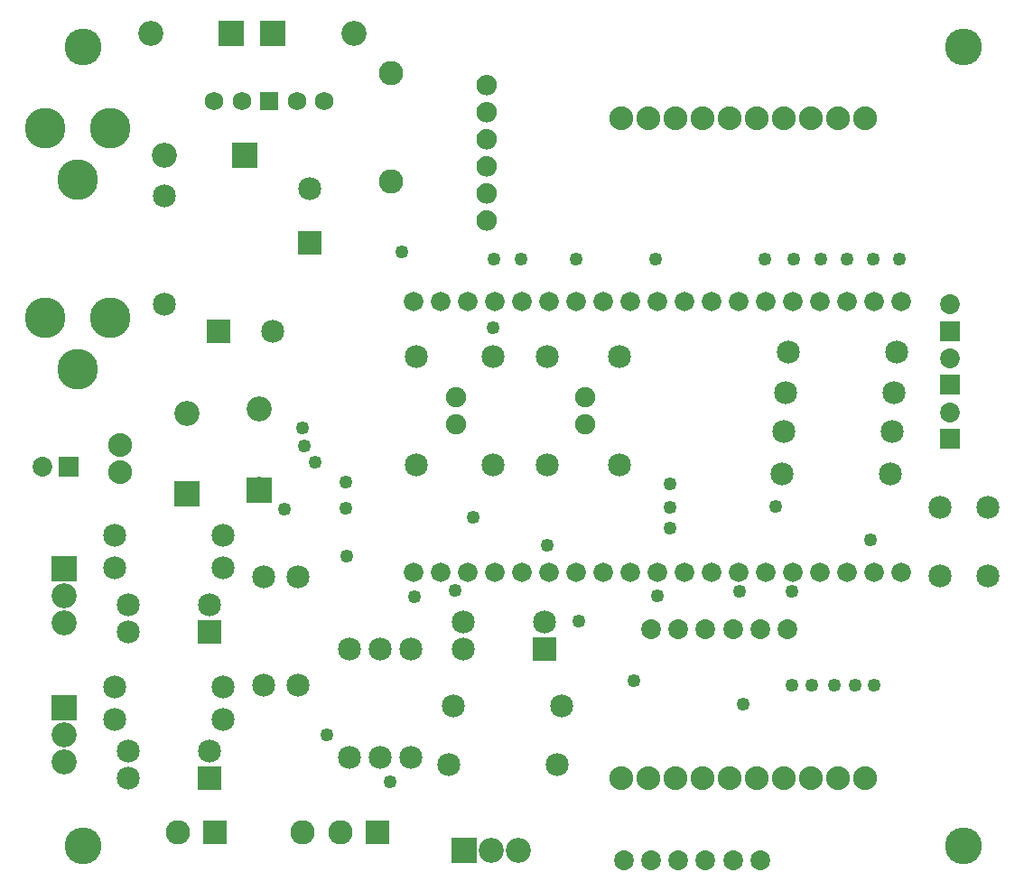
<source format=gts>
G04 MADE WITH FRITZING*
G04 WWW.FRITZING.ORG*
G04 DOUBLE SIDED*
G04 HOLES PLATED*
G04 CONTOUR ON CENTER OF CONTOUR VECTOR*
%ASAXBY*%
%FSLAX23Y23*%
%MOIN*%
%OFA0B0*%
%SFA1.0B1.0*%
%ADD10C,0.092000*%
%ADD11C,0.049370*%
%ADD12C,0.088000*%
%ADD13C,0.135984*%
%ADD14C,0.090000*%
%ADD15C,0.072000*%
%ADD16C,0.073111*%
%ADD17C,0.085000*%
%ADD18C,0.075000*%
%ADD19C,0.069000*%
%ADD20C,0.150000*%
%ADD21C,0.072992*%
%ADD22R,0.092000X0.092000*%
%ADD23R,0.085000X0.085000*%
%ADD24R,0.090000X0.090000*%
%ADD25R,0.069889X0.069000*%
%ADD26R,0.072992X0.072992*%
%ADD27R,0.001000X0.001000*%
%LNMASK1*%
G90*
G70*
G54D10*
X177Y1228D03*
X177Y1128D03*
X177Y1028D03*
X177Y713D03*
X177Y613D03*
X177Y513D03*
G54D11*
X1216Y1451D03*
X1145Y613D03*
X1055Y1746D03*
X1063Y1680D03*
X1759Y2117D03*
G54D12*
X381Y1685D03*
X381Y1585D03*
X381Y1685D03*
X381Y1585D03*
X3132Y2892D03*
X3032Y2892D03*
X2932Y2892D03*
X2832Y2892D03*
X2732Y2892D03*
X2632Y2892D03*
X2532Y2892D03*
X2432Y2892D03*
X2332Y2892D03*
X2232Y2892D03*
X3132Y2892D03*
X3032Y2892D03*
X2932Y2892D03*
X2832Y2892D03*
X2732Y2892D03*
X2632Y2892D03*
X2532Y2892D03*
X2432Y2892D03*
X2332Y2892D03*
X2232Y2892D03*
X3131Y455D03*
X3031Y455D03*
X2931Y455D03*
X2831Y455D03*
X2731Y455D03*
X2631Y455D03*
X2531Y455D03*
X2431Y455D03*
X2331Y455D03*
X2231Y455D03*
X3131Y455D03*
X3031Y455D03*
X2931Y455D03*
X2831Y455D03*
X2731Y455D03*
X2631Y455D03*
X2531Y455D03*
X2431Y455D03*
X2331Y455D03*
X2231Y455D03*
G54D11*
X1763Y2372D03*
X1862Y2372D03*
X2067Y2372D03*
X2358Y2372D03*
X2763Y2372D03*
X2870Y2372D03*
X2968Y2372D03*
X3067Y2372D03*
X3161Y2372D03*
X3259Y2372D03*
X2669Y1144D03*
X2862Y1144D03*
X2862Y798D03*
X2937Y798D03*
X3019Y798D03*
X3094Y798D03*
X3165Y798D03*
X2413Y1542D03*
X2413Y1376D03*
X2413Y1455D03*
X988Y1447D03*
X2366Y1128D03*
X3153Y1333D03*
X1102Y1621D03*
X1685Y1416D03*
X2681Y727D03*
X1216Y1546D03*
X1618Y1148D03*
X1960Y1313D03*
X1220Y1274D03*
X1468Y1124D03*
X2802Y1456D03*
X2074Y1034D03*
X2279Y813D03*
X1378Y439D03*
X1421Y2396D03*
G54D13*
X3494Y3154D03*
X244Y3154D03*
X3494Y204D03*
X244Y204D03*
G54D14*
X1381Y3058D03*
X1381Y2658D03*
G54D15*
X1766Y2215D03*
X1866Y2215D03*
X1966Y2215D03*
X2066Y2215D03*
X2166Y2215D03*
X2266Y2215D03*
X2366Y2215D03*
X2466Y2215D03*
X2566Y2215D03*
X2666Y2215D03*
X2766Y2215D03*
X2866Y2215D03*
X2966Y2215D03*
X3066Y2215D03*
X3166Y2215D03*
X3266Y2215D03*
X1466Y2215D03*
X1566Y2215D03*
X1666Y2215D03*
X1765Y1215D03*
X1865Y1215D03*
X1965Y1215D03*
X2065Y1215D03*
X2165Y1215D03*
X2265Y1215D03*
X2365Y1215D03*
X2465Y1215D03*
X2565Y1215D03*
X2665Y1215D03*
X2765Y1215D03*
X2865Y1215D03*
X2965Y1215D03*
X3065Y1215D03*
X3165Y1215D03*
X3265Y1215D03*
X1466Y1215D03*
X1566Y1215D03*
X1666Y1215D03*
G54D16*
X2744Y152D03*
X2644Y152D03*
X2543Y152D03*
X2442Y152D03*
X2342Y152D03*
X2241Y152D03*
X2845Y1004D03*
X2744Y1004D03*
X2644Y1004D03*
X2543Y1003D03*
X2443Y1003D03*
X2342Y1004D03*
G54D10*
X1652Y187D03*
X1752Y187D03*
X1852Y187D03*
G54D17*
X712Y993D03*
X412Y993D03*
X712Y1093D03*
X412Y1093D03*
X712Y454D03*
X412Y454D03*
X712Y554D03*
X412Y554D03*
X1949Y932D03*
X1649Y932D03*
X1949Y1032D03*
X1649Y1032D03*
X3409Y1199D03*
X3409Y1455D03*
X3586Y1199D03*
X3586Y1455D03*
G54D14*
X1332Y254D03*
X1194Y254D03*
X1057Y254D03*
X732Y254D03*
X594Y254D03*
G54D18*
X1622Y1862D03*
X1622Y1762D03*
X1622Y1862D03*
X1622Y1762D03*
X2098Y1862D03*
X2098Y1762D03*
X2098Y1862D03*
X2098Y1762D03*
G54D17*
X744Y2104D03*
X944Y2104D03*
X1082Y2432D03*
X1082Y2632D03*
G54D19*
X729Y2955D03*
X831Y2955D03*
X933Y2955D03*
X1034Y2955D03*
X1136Y2955D03*
G54D20*
X344Y2154D03*
X104Y2154D03*
X224Y1964D03*
X344Y2854D03*
X104Y2854D03*
X224Y2664D03*
G54D10*
X946Y3204D03*
X1244Y3204D03*
X842Y2754D03*
X544Y2754D03*
X897Y1519D03*
X897Y1817D03*
X629Y1504D03*
X629Y1802D03*
X792Y3204D03*
X494Y3204D03*
G54D17*
X1342Y532D03*
X1342Y932D03*
X1476Y2010D03*
X1476Y1610D03*
X1759Y1610D03*
X1759Y2010D03*
X2224Y1610D03*
X2224Y2010D03*
X1960Y2010D03*
X1960Y1610D03*
X1228Y532D03*
X1228Y932D03*
X2824Y1577D03*
X3224Y1577D03*
X2848Y2026D03*
X3248Y2026D03*
X2840Y1876D03*
X3240Y1876D03*
X2832Y1735D03*
X3232Y1735D03*
X362Y1231D03*
X762Y1231D03*
X362Y672D03*
X762Y672D03*
X1611Y719D03*
X2011Y719D03*
X362Y1349D03*
X762Y1349D03*
X362Y790D03*
X762Y790D03*
X1594Y504D03*
X1994Y504D03*
X913Y1198D03*
X913Y798D03*
X1039Y1198D03*
X1039Y798D03*
X1456Y932D03*
X1456Y532D03*
X544Y2604D03*
X544Y2204D03*
G54D21*
X3444Y2105D03*
X3444Y2204D03*
X3444Y1907D03*
X3444Y2005D03*
X3444Y1707D03*
X3444Y1805D03*
X193Y1604D03*
X94Y1604D03*
G54D22*
X177Y1228D03*
X177Y713D03*
X1652Y187D03*
G54D23*
X712Y993D03*
X712Y454D03*
X1949Y932D03*
G54D24*
X1332Y254D03*
X732Y254D03*
G54D23*
X744Y2104D03*
X1082Y2432D03*
G54D25*
X933Y2955D03*
G54D22*
X945Y3204D03*
X843Y2754D03*
X897Y1518D03*
X629Y1503D03*
X793Y3204D03*
G54D26*
X3444Y2105D03*
X3444Y1907D03*
X3444Y1707D03*
X193Y1604D03*
G54D27*
X1729Y3050D02*
X1742Y3050D01*
X1725Y3049D02*
X1746Y3049D01*
X1722Y3048D02*
X1749Y3048D01*
X1719Y3047D02*
X1751Y3047D01*
X1717Y3046D02*
X1753Y3046D01*
X1716Y3045D02*
X1755Y3045D01*
X1714Y3044D02*
X1756Y3044D01*
X1713Y3043D02*
X1757Y3043D01*
X1712Y3042D02*
X1759Y3042D01*
X1710Y3041D02*
X1760Y3041D01*
X1709Y3040D02*
X1761Y3040D01*
X1708Y3039D02*
X1762Y3039D01*
X1707Y3038D02*
X1763Y3038D01*
X1707Y3037D02*
X1764Y3037D01*
X1706Y3036D02*
X1765Y3036D01*
X1705Y3035D02*
X1765Y3035D01*
X1704Y3034D02*
X1766Y3034D01*
X1704Y3033D02*
X1767Y3033D01*
X1703Y3032D02*
X1767Y3032D01*
X1702Y3031D02*
X1768Y3031D01*
X1702Y3030D02*
X1768Y3030D01*
X1701Y3029D02*
X1769Y3029D01*
X1701Y3028D02*
X1769Y3028D01*
X1701Y3027D02*
X1770Y3027D01*
X1700Y3026D02*
X1770Y3026D01*
X1700Y3025D02*
X1771Y3025D01*
X1699Y3024D02*
X1771Y3024D01*
X1699Y3023D02*
X1771Y3023D01*
X1699Y3022D02*
X1771Y3022D01*
X1699Y3021D02*
X1772Y3021D01*
X1698Y3020D02*
X1772Y3020D01*
X1698Y3019D02*
X1772Y3019D01*
X1698Y3018D02*
X1772Y3018D01*
X1698Y3017D02*
X1772Y3017D01*
X1698Y3016D02*
X1772Y3016D01*
X1698Y3015D02*
X1773Y3015D01*
X1698Y3014D02*
X1773Y3014D01*
X1698Y3013D02*
X1773Y3013D01*
X1698Y3012D02*
X1773Y3012D01*
X1698Y3011D02*
X1773Y3011D01*
X1698Y3010D02*
X1773Y3010D01*
X1698Y3009D02*
X1772Y3009D01*
X1698Y3008D02*
X1772Y3008D01*
X1698Y3007D02*
X1772Y3007D01*
X1698Y3006D02*
X1772Y3006D01*
X1699Y3005D02*
X1772Y3005D01*
X1699Y3004D02*
X1772Y3004D01*
X1699Y3003D02*
X1771Y3003D01*
X1699Y3002D02*
X1771Y3002D01*
X1700Y3001D02*
X1771Y3001D01*
X1700Y3000D02*
X1770Y3000D01*
X1700Y2999D02*
X1770Y2999D01*
X1701Y2998D02*
X1770Y2998D01*
X1701Y2997D02*
X1769Y2997D01*
X1702Y2996D02*
X1769Y2996D01*
X1702Y2995D02*
X1768Y2995D01*
X1703Y2994D02*
X1768Y2994D01*
X1703Y2993D02*
X1767Y2993D01*
X1704Y2992D02*
X1766Y2992D01*
X1705Y2991D02*
X1766Y2991D01*
X1705Y2990D02*
X1765Y2990D01*
X1706Y2989D02*
X1764Y2989D01*
X1707Y2988D02*
X1763Y2988D01*
X1708Y2987D02*
X1763Y2987D01*
X1709Y2986D02*
X1762Y2986D01*
X1710Y2985D02*
X1761Y2985D01*
X1711Y2984D02*
X1759Y2984D01*
X1712Y2983D02*
X1758Y2983D01*
X1714Y2982D02*
X1757Y2982D01*
X1715Y2981D02*
X1755Y2981D01*
X1717Y2980D02*
X1754Y2980D01*
X1718Y2979D02*
X1752Y2979D01*
X1720Y2978D02*
X1750Y2978D01*
X1723Y2977D02*
X1747Y2977D01*
X1726Y2976D02*
X1744Y2976D01*
X1732Y2975D02*
X1739Y2975D01*
X1729Y2950D02*
X1742Y2950D01*
X1725Y2949D02*
X1746Y2949D01*
X1722Y2948D02*
X1749Y2948D01*
X1719Y2947D02*
X1751Y2947D01*
X1717Y2946D02*
X1753Y2946D01*
X1716Y2945D02*
X1755Y2945D01*
X1714Y2944D02*
X1756Y2944D01*
X1713Y2943D02*
X1758Y2943D01*
X1712Y2942D02*
X1759Y2942D01*
X1710Y2941D02*
X1760Y2941D01*
X1709Y2940D02*
X1761Y2940D01*
X1708Y2939D02*
X1762Y2939D01*
X1707Y2938D02*
X1763Y2938D01*
X1707Y2937D02*
X1764Y2937D01*
X1706Y2936D02*
X1765Y2936D01*
X1705Y2935D02*
X1765Y2935D01*
X1704Y2934D02*
X1766Y2934D01*
X1704Y2933D02*
X1767Y2933D01*
X1703Y2932D02*
X1767Y2932D01*
X1702Y2931D02*
X1768Y2931D01*
X1702Y2930D02*
X1768Y2930D01*
X1701Y2929D02*
X1769Y2929D01*
X1701Y2928D02*
X1769Y2928D01*
X1701Y2927D02*
X1770Y2927D01*
X1700Y2926D02*
X1770Y2926D01*
X1700Y2925D02*
X1771Y2925D01*
X1699Y2924D02*
X1771Y2924D01*
X1699Y2923D02*
X1771Y2923D01*
X1699Y2922D02*
X1771Y2922D01*
X1699Y2921D02*
X1772Y2921D01*
X1698Y2920D02*
X1772Y2920D01*
X1698Y2919D02*
X1772Y2919D01*
X1698Y2918D02*
X1772Y2918D01*
X1698Y2917D02*
X1772Y2917D01*
X1698Y2916D02*
X1772Y2916D01*
X1698Y2915D02*
X1773Y2915D01*
X1698Y2914D02*
X1773Y2914D01*
X1698Y2913D02*
X1773Y2913D01*
X1698Y2912D02*
X1773Y2912D01*
X1698Y2911D02*
X1773Y2911D01*
X1698Y2910D02*
X1773Y2910D01*
X1698Y2909D02*
X1772Y2909D01*
X1698Y2908D02*
X1772Y2908D01*
X1698Y2907D02*
X1772Y2907D01*
X1698Y2906D02*
X1772Y2906D01*
X1699Y2905D02*
X1772Y2905D01*
X1699Y2904D02*
X1772Y2904D01*
X1699Y2903D02*
X1771Y2903D01*
X1699Y2902D02*
X1771Y2902D01*
X1700Y2901D02*
X1771Y2901D01*
X1700Y2900D02*
X1770Y2900D01*
X1700Y2899D02*
X1770Y2899D01*
X1701Y2898D02*
X1770Y2898D01*
X1701Y2897D02*
X1769Y2897D01*
X1702Y2896D02*
X1769Y2896D01*
X1702Y2895D02*
X1768Y2895D01*
X1703Y2894D02*
X1768Y2894D01*
X1703Y2893D02*
X1767Y2893D01*
X1704Y2892D02*
X1766Y2892D01*
X1705Y2891D02*
X1766Y2891D01*
X1705Y2890D02*
X1765Y2890D01*
X1706Y2889D02*
X1764Y2889D01*
X1707Y2888D02*
X1763Y2888D01*
X1708Y2887D02*
X1763Y2887D01*
X1709Y2886D02*
X1762Y2886D01*
X1710Y2885D02*
X1761Y2885D01*
X1711Y2884D02*
X1759Y2884D01*
X1712Y2883D02*
X1758Y2883D01*
X1714Y2882D02*
X1757Y2882D01*
X1715Y2881D02*
X1755Y2881D01*
X1717Y2880D02*
X1754Y2880D01*
X1718Y2879D02*
X1752Y2879D01*
X1720Y2878D02*
X1750Y2878D01*
X1723Y2877D02*
X1747Y2877D01*
X1726Y2876D02*
X1744Y2876D01*
X1732Y2875D02*
X1739Y2875D01*
X1729Y2850D02*
X1742Y2850D01*
X1724Y2849D02*
X1746Y2849D01*
X1722Y2848D02*
X1749Y2848D01*
X1719Y2847D02*
X1751Y2847D01*
X1717Y2846D02*
X1753Y2846D01*
X1716Y2845D02*
X1755Y2845D01*
X1714Y2844D02*
X1756Y2844D01*
X1713Y2843D02*
X1758Y2843D01*
X1712Y2842D02*
X1759Y2842D01*
X1710Y2841D02*
X1760Y2841D01*
X1709Y2840D02*
X1761Y2840D01*
X1708Y2839D02*
X1762Y2839D01*
X1707Y2838D02*
X1763Y2838D01*
X1707Y2837D02*
X1764Y2837D01*
X1706Y2836D02*
X1765Y2836D01*
X1705Y2835D02*
X1765Y2835D01*
X1704Y2834D02*
X1766Y2834D01*
X1704Y2833D02*
X1767Y2833D01*
X1703Y2832D02*
X1767Y2832D01*
X1702Y2831D02*
X1768Y2831D01*
X1702Y2830D02*
X1769Y2830D01*
X1701Y2829D02*
X1769Y2829D01*
X1701Y2828D02*
X1769Y2828D01*
X1701Y2827D02*
X1770Y2827D01*
X1700Y2826D02*
X1770Y2826D01*
X1700Y2825D02*
X1771Y2825D01*
X1699Y2824D02*
X1771Y2824D01*
X1699Y2823D02*
X1771Y2823D01*
X1699Y2822D02*
X1771Y2822D01*
X1699Y2821D02*
X1772Y2821D01*
X1698Y2820D02*
X1772Y2820D01*
X1698Y2819D02*
X1772Y2819D01*
X1698Y2818D02*
X1772Y2818D01*
X1698Y2817D02*
X1772Y2817D01*
X1698Y2816D02*
X1773Y2816D01*
X1698Y2815D02*
X1773Y2815D01*
X1698Y2814D02*
X1773Y2814D01*
X1698Y2813D02*
X1773Y2813D01*
X1698Y2812D02*
X1773Y2812D01*
X1698Y2811D02*
X1773Y2811D01*
X1698Y2810D02*
X1773Y2810D01*
X1698Y2809D02*
X1772Y2809D01*
X1698Y2808D02*
X1772Y2808D01*
X1698Y2807D02*
X1772Y2807D01*
X1698Y2806D02*
X1772Y2806D01*
X1699Y2805D02*
X1772Y2805D01*
X1699Y2804D02*
X1772Y2804D01*
X1699Y2803D02*
X1771Y2803D01*
X1699Y2802D02*
X1771Y2802D01*
X1700Y2801D02*
X1771Y2801D01*
X1700Y2800D02*
X1770Y2800D01*
X1700Y2799D02*
X1770Y2799D01*
X1701Y2798D02*
X1770Y2798D01*
X1701Y2797D02*
X1769Y2797D01*
X1702Y2796D02*
X1769Y2796D01*
X1702Y2795D02*
X1768Y2795D01*
X1703Y2794D02*
X1768Y2794D01*
X1703Y2793D02*
X1767Y2793D01*
X1704Y2792D02*
X1766Y2792D01*
X1705Y2791D02*
X1766Y2791D01*
X1705Y2790D02*
X1765Y2790D01*
X1706Y2789D02*
X1764Y2789D01*
X1707Y2788D02*
X1763Y2788D01*
X1708Y2787D02*
X1763Y2787D01*
X1709Y2786D02*
X1762Y2786D01*
X1710Y2785D02*
X1761Y2785D01*
X1711Y2784D02*
X1759Y2784D01*
X1712Y2783D02*
X1758Y2783D01*
X1714Y2782D02*
X1757Y2782D01*
X1715Y2781D02*
X1755Y2781D01*
X1717Y2780D02*
X1754Y2780D01*
X1718Y2779D02*
X1752Y2779D01*
X1720Y2778D02*
X1750Y2778D01*
X1723Y2777D02*
X1747Y2777D01*
X1727Y2776D02*
X1744Y2776D01*
X1732Y2775D02*
X1738Y2775D01*
X1729Y2750D02*
X1742Y2750D01*
X1724Y2749D02*
X1746Y2749D01*
X1722Y2748D02*
X1749Y2748D01*
X1719Y2747D02*
X1751Y2747D01*
X1717Y2746D02*
X1753Y2746D01*
X1716Y2745D02*
X1755Y2745D01*
X1714Y2744D02*
X1756Y2744D01*
X1713Y2743D02*
X1758Y2743D01*
X1712Y2742D02*
X1759Y2742D01*
X1710Y2741D02*
X1760Y2741D01*
X1709Y2740D02*
X1761Y2740D01*
X1708Y2739D02*
X1762Y2739D01*
X1707Y2738D02*
X1763Y2738D01*
X1707Y2737D02*
X1764Y2737D01*
X1706Y2736D02*
X1765Y2736D01*
X1705Y2735D02*
X1765Y2735D01*
X1704Y2734D02*
X1766Y2734D01*
X1704Y2733D02*
X1767Y2733D01*
X1703Y2732D02*
X1767Y2732D01*
X1702Y2731D02*
X1768Y2731D01*
X1702Y2730D02*
X1768Y2730D01*
X1701Y2729D02*
X1769Y2729D01*
X1701Y2728D02*
X1769Y2728D01*
X1701Y2727D02*
X1770Y2727D01*
X1700Y2726D02*
X1770Y2726D01*
X1700Y2725D02*
X1771Y2725D01*
X1699Y2724D02*
X1771Y2724D01*
X1699Y2723D02*
X1771Y2723D01*
X1699Y2722D02*
X1771Y2722D01*
X1699Y2721D02*
X1772Y2721D01*
X1698Y2720D02*
X1772Y2720D01*
X1698Y2719D02*
X1772Y2719D01*
X1698Y2718D02*
X1772Y2718D01*
X1698Y2717D02*
X1772Y2717D01*
X1698Y2716D02*
X1773Y2716D01*
X1698Y2715D02*
X1773Y2715D01*
X1698Y2714D02*
X1773Y2714D01*
X1698Y2713D02*
X1773Y2713D01*
X1698Y2712D02*
X1773Y2712D01*
X1698Y2711D02*
X1773Y2711D01*
X1698Y2710D02*
X1773Y2710D01*
X1698Y2709D02*
X1772Y2709D01*
X1698Y2708D02*
X1772Y2708D01*
X1698Y2707D02*
X1772Y2707D01*
X1698Y2706D02*
X1772Y2706D01*
X1699Y2705D02*
X1772Y2705D01*
X1699Y2704D02*
X1772Y2704D01*
X1699Y2703D02*
X1771Y2703D01*
X1699Y2702D02*
X1771Y2702D01*
X1700Y2701D02*
X1771Y2701D01*
X1700Y2700D02*
X1770Y2700D01*
X1700Y2699D02*
X1770Y2699D01*
X1701Y2698D02*
X1770Y2698D01*
X1701Y2697D02*
X1769Y2697D01*
X1702Y2696D02*
X1769Y2696D01*
X1702Y2695D02*
X1768Y2695D01*
X1703Y2694D02*
X1768Y2694D01*
X1703Y2693D02*
X1767Y2693D01*
X1704Y2692D02*
X1766Y2692D01*
X1705Y2691D02*
X1766Y2691D01*
X1705Y2690D02*
X1765Y2690D01*
X1706Y2689D02*
X1764Y2689D01*
X1707Y2688D02*
X1763Y2688D01*
X1708Y2687D02*
X1763Y2687D01*
X1709Y2686D02*
X1762Y2686D01*
X1710Y2685D02*
X1761Y2685D01*
X1711Y2684D02*
X1759Y2684D01*
X1712Y2683D02*
X1758Y2683D01*
X1714Y2682D02*
X1757Y2682D01*
X1715Y2681D02*
X1755Y2681D01*
X1717Y2680D02*
X1754Y2680D01*
X1718Y2679D02*
X1752Y2679D01*
X1720Y2678D02*
X1750Y2678D01*
X1723Y2677D02*
X1747Y2677D01*
X1727Y2676D02*
X1744Y2676D01*
X1732Y2675D02*
X1738Y2675D01*
X1729Y2650D02*
X1742Y2650D01*
X1724Y2649D02*
X1746Y2649D01*
X1722Y2648D02*
X1749Y2648D01*
X1719Y2647D02*
X1751Y2647D01*
X1717Y2646D02*
X1753Y2646D01*
X1716Y2645D02*
X1755Y2645D01*
X1714Y2644D02*
X1756Y2644D01*
X1713Y2643D02*
X1758Y2643D01*
X1712Y2642D02*
X1759Y2642D01*
X1710Y2641D02*
X1760Y2641D01*
X1709Y2640D02*
X1761Y2640D01*
X1708Y2639D02*
X1762Y2639D01*
X1707Y2638D02*
X1763Y2638D01*
X1707Y2637D02*
X1764Y2637D01*
X1706Y2636D02*
X1765Y2636D01*
X1705Y2635D02*
X1765Y2635D01*
X1704Y2634D02*
X1766Y2634D01*
X1704Y2633D02*
X1767Y2633D01*
X1703Y2632D02*
X1767Y2632D01*
X1702Y2631D02*
X1768Y2631D01*
X1702Y2630D02*
X1769Y2630D01*
X1701Y2629D02*
X1769Y2629D01*
X1701Y2628D02*
X1769Y2628D01*
X1701Y2627D02*
X1770Y2627D01*
X1700Y2626D02*
X1770Y2626D01*
X1700Y2625D02*
X1771Y2625D01*
X1699Y2624D02*
X1771Y2624D01*
X1699Y2623D02*
X1771Y2623D01*
X1699Y2622D02*
X1771Y2622D01*
X1699Y2621D02*
X1772Y2621D01*
X1698Y2620D02*
X1772Y2620D01*
X1698Y2619D02*
X1772Y2619D01*
X1698Y2618D02*
X1772Y2618D01*
X1698Y2617D02*
X1772Y2617D01*
X1698Y2616D02*
X1773Y2616D01*
X1698Y2615D02*
X1773Y2615D01*
X1698Y2614D02*
X1773Y2614D01*
X1698Y2613D02*
X1773Y2613D01*
X1698Y2612D02*
X1773Y2612D01*
X1698Y2611D02*
X1773Y2611D01*
X1698Y2610D02*
X1773Y2610D01*
X1698Y2609D02*
X1772Y2609D01*
X1698Y2608D02*
X1772Y2608D01*
X1698Y2607D02*
X1772Y2607D01*
X1698Y2606D02*
X1772Y2606D01*
X1699Y2605D02*
X1772Y2605D01*
X1699Y2604D02*
X1772Y2604D01*
X1699Y2603D02*
X1771Y2603D01*
X1699Y2602D02*
X1771Y2602D01*
X1700Y2601D02*
X1771Y2601D01*
X1700Y2600D02*
X1770Y2600D01*
X1700Y2599D02*
X1770Y2599D01*
X1701Y2598D02*
X1770Y2598D01*
X1701Y2597D02*
X1769Y2597D01*
X1702Y2596D02*
X1769Y2596D01*
X1702Y2595D02*
X1768Y2595D01*
X1703Y2594D02*
X1768Y2594D01*
X1703Y2593D02*
X1767Y2593D01*
X1704Y2592D02*
X1766Y2592D01*
X1705Y2591D02*
X1766Y2591D01*
X1705Y2590D02*
X1765Y2590D01*
X1706Y2589D02*
X1764Y2589D01*
X1707Y2588D02*
X1763Y2588D01*
X1708Y2587D02*
X1763Y2587D01*
X1709Y2586D02*
X1762Y2586D01*
X1710Y2585D02*
X1761Y2585D01*
X1711Y2584D02*
X1759Y2584D01*
X1712Y2583D02*
X1758Y2583D01*
X1714Y2582D02*
X1757Y2582D01*
X1715Y2581D02*
X1755Y2581D01*
X1717Y2580D02*
X1754Y2580D01*
X1718Y2579D02*
X1752Y2579D01*
X1720Y2578D02*
X1750Y2578D01*
X1723Y2577D02*
X1747Y2577D01*
X1727Y2576D02*
X1744Y2576D01*
X1732Y2575D02*
X1738Y2575D01*
X1728Y2550D02*
X1742Y2550D01*
X1724Y2549D02*
X1746Y2549D01*
X1722Y2548D02*
X1749Y2548D01*
X1719Y2547D02*
X1751Y2547D01*
X1717Y2546D02*
X1753Y2546D01*
X1716Y2545D02*
X1755Y2545D01*
X1714Y2544D02*
X1756Y2544D01*
X1713Y2543D02*
X1758Y2543D01*
X1712Y2542D02*
X1759Y2542D01*
X1710Y2541D02*
X1760Y2541D01*
X1709Y2540D02*
X1761Y2540D01*
X1708Y2539D02*
X1762Y2539D01*
X1707Y2538D02*
X1763Y2538D01*
X1706Y2537D02*
X1764Y2537D01*
X1706Y2536D02*
X1765Y2536D01*
X1705Y2535D02*
X1765Y2535D01*
X1704Y2534D02*
X1766Y2534D01*
X1704Y2533D02*
X1767Y2533D01*
X1703Y2532D02*
X1767Y2532D01*
X1702Y2531D02*
X1768Y2531D01*
X1702Y2530D02*
X1769Y2530D01*
X1701Y2529D02*
X1769Y2529D01*
X1701Y2528D02*
X1769Y2528D01*
X1701Y2527D02*
X1770Y2527D01*
X1700Y2526D02*
X1770Y2526D01*
X1700Y2525D02*
X1771Y2525D01*
X1699Y2524D02*
X1771Y2524D01*
X1699Y2523D02*
X1771Y2523D01*
X1699Y2522D02*
X1771Y2522D01*
X1699Y2521D02*
X1772Y2521D01*
X1698Y2520D02*
X1772Y2520D01*
X1698Y2519D02*
X1772Y2519D01*
X1698Y2518D02*
X1772Y2518D01*
X1698Y2517D02*
X1772Y2517D01*
X1698Y2516D02*
X1773Y2516D01*
X1698Y2515D02*
X1773Y2515D01*
X1698Y2514D02*
X1773Y2514D01*
X1698Y2513D02*
X1773Y2513D01*
X1698Y2512D02*
X1773Y2512D01*
X1698Y2511D02*
X1773Y2511D01*
X1698Y2510D02*
X1773Y2510D01*
X1698Y2509D02*
X1772Y2509D01*
X1698Y2508D02*
X1772Y2508D01*
X1698Y2507D02*
X1772Y2507D01*
X1698Y2506D02*
X1772Y2506D01*
X1699Y2505D02*
X1772Y2505D01*
X1699Y2504D02*
X1772Y2504D01*
X1699Y2503D02*
X1771Y2503D01*
X1699Y2502D02*
X1771Y2502D01*
X1700Y2501D02*
X1771Y2501D01*
X1700Y2500D02*
X1770Y2500D01*
X1700Y2499D02*
X1770Y2499D01*
X1701Y2498D02*
X1770Y2498D01*
X1701Y2497D02*
X1769Y2497D01*
X1702Y2496D02*
X1769Y2496D01*
X1702Y2495D02*
X1768Y2495D01*
X1703Y2494D02*
X1768Y2494D01*
X1703Y2493D02*
X1767Y2493D01*
X1704Y2492D02*
X1766Y2492D01*
X1705Y2491D02*
X1766Y2491D01*
X1705Y2490D02*
X1765Y2490D01*
X1706Y2489D02*
X1764Y2489D01*
X1707Y2488D02*
X1763Y2488D01*
X1708Y2487D02*
X1763Y2487D01*
X1709Y2486D02*
X1762Y2486D01*
X1710Y2485D02*
X1761Y2485D01*
X1711Y2484D02*
X1759Y2484D01*
X1712Y2483D02*
X1758Y2483D01*
X1714Y2482D02*
X1757Y2482D01*
X1715Y2481D02*
X1755Y2481D01*
X1717Y2480D02*
X1754Y2480D01*
X1719Y2479D02*
X1752Y2479D01*
X1721Y2478D02*
X1750Y2478D01*
X1723Y2477D02*
X1747Y2477D01*
X1727Y2476D02*
X1744Y2476D01*
X1733Y2475D02*
X1738Y2475D01*
D02*
G04 End of Mask1*
M02*
</source>
